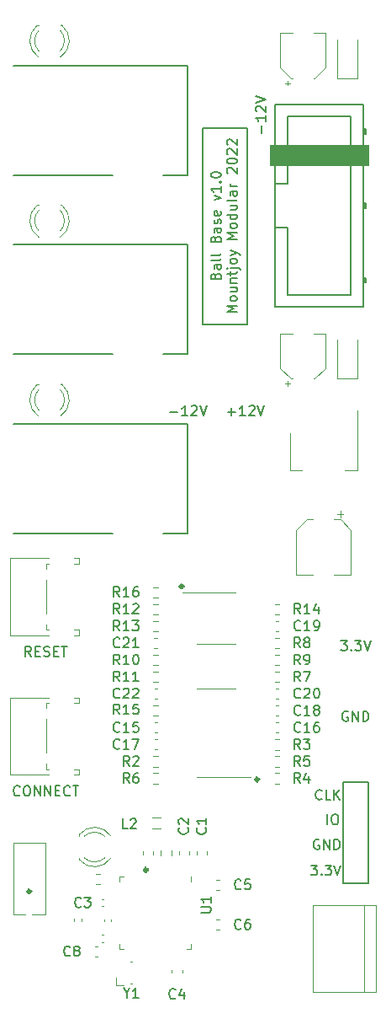
<source format=gbr>
%TF.GenerationSoftware,KiCad,Pcbnew,(6.0.4)*%
%TF.CreationDate,2022-03-21T16:46:14+00:00*%
%TF.ProjectId,Ball_Base_Components,42616c6c-5f42-4617-9365-5f436f6d706f,rev?*%
%TF.SameCoordinates,Original*%
%TF.FileFunction,Legend,Top*%
%TF.FilePolarity,Positive*%
%FSLAX46Y46*%
G04 Gerber Fmt 4.6, Leading zero omitted, Abs format (unit mm)*
G04 Created by KiCad (PCBNEW (6.0.4)) date 2022-03-21 16:46:14*
%MOMM*%
%LPD*%
G01*
G04 APERTURE LIST*
%ADD10C,0.357843*%
%ADD11C,0.150000*%
%ADD12C,0.120000*%
%ADD13C,0.200000*%
%ADD14C,0.100000*%
%ADD15C,0.342843*%
G04 APERTURE END LIST*
D10*
X139578921Y-142300000D02*
G75*
G03*
X139578921Y-142300000I-178921J0D01*
G01*
D11*
X145100000Y-67800000D02*
X149600000Y-67800000D01*
X149600000Y-67800000D02*
X149600000Y-87500000D01*
X149600000Y-87500000D02*
X145100000Y-87500000D01*
X145100000Y-87500000D02*
X145100000Y-67800000D01*
D10*
X143178921Y-113800000D02*
G75*
G03*
X143178921Y-113800000I-178921J0D01*
G01*
X150778921Y-133200000D02*
G75*
G03*
X150778921Y-133200000I-178921J0D01*
G01*
D11*
X159023809Y-119252380D02*
X159642857Y-119252380D01*
X159309523Y-119633333D01*
X159452380Y-119633333D01*
X159547619Y-119680952D01*
X159595238Y-119728571D01*
X159642857Y-119823809D01*
X159642857Y-120061904D01*
X159595238Y-120157142D01*
X159547619Y-120204761D01*
X159452380Y-120252380D01*
X159166666Y-120252380D01*
X159071428Y-120204761D01*
X159023809Y-120157142D01*
X160071428Y-120157142D02*
X160119047Y-120204761D01*
X160071428Y-120252380D01*
X160023809Y-120204761D01*
X160071428Y-120157142D01*
X160071428Y-120252380D01*
X160452380Y-119252380D02*
X161071428Y-119252380D01*
X160738095Y-119633333D01*
X160880952Y-119633333D01*
X160976190Y-119680952D01*
X161023809Y-119728571D01*
X161071428Y-119823809D01*
X161071428Y-120061904D01*
X161023809Y-120157142D01*
X160976190Y-120204761D01*
X160880952Y-120252380D01*
X160595238Y-120252380D01*
X160500000Y-120204761D01*
X160452380Y-120157142D01*
X161357142Y-119252380D02*
X161690476Y-120252380D01*
X162023809Y-119252380D01*
X146423571Y-82623809D02*
X146471190Y-82480952D01*
X146518809Y-82433333D01*
X146614047Y-82385714D01*
X146756904Y-82385714D01*
X146852142Y-82433333D01*
X146899761Y-82480952D01*
X146947380Y-82576190D01*
X146947380Y-82957142D01*
X145947380Y-82957142D01*
X145947380Y-82623809D01*
X145995000Y-82528571D01*
X146042619Y-82480952D01*
X146137857Y-82433333D01*
X146233095Y-82433333D01*
X146328333Y-82480952D01*
X146375952Y-82528571D01*
X146423571Y-82623809D01*
X146423571Y-82957142D01*
X146947380Y-81528571D02*
X146423571Y-81528571D01*
X146328333Y-81576190D01*
X146280714Y-81671428D01*
X146280714Y-81861904D01*
X146328333Y-81957142D01*
X146899761Y-81528571D02*
X146947380Y-81623809D01*
X146947380Y-81861904D01*
X146899761Y-81957142D01*
X146804523Y-82004761D01*
X146709285Y-82004761D01*
X146614047Y-81957142D01*
X146566428Y-81861904D01*
X146566428Y-81623809D01*
X146518809Y-81528571D01*
X146947380Y-80909523D02*
X146899761Y-81004761D01*
X146804523Y-81052380D01*
X145947380Y-81052380D01*
X146947380Y-80385714D02*
X146899761Y-80480952D01*
X146804523Y-80528571D01*
X145947380Y-80528571D01*
X146423571Y-78909523D02*
X146471190Y-78766666D01*
X146518809Y-78719047D01*
X146614047Y-78671428D01*
X146756904Y-78671428D01*
X146852142Y-78719047D01*
X146899761Y-78766666D01*
X146947380Y-78861904D01*
X146947380Y-79242857D01*
X145947380Y-79242857D01*
X145947380Y-78909523D01*
X145995000Y-78814285D01*
X146042619Y-78766666D01*
X146137857Y-78719047D01*
X146233095Y-78719047D01*
X146328333Y-78766666D01*
X146375952Y-78814285D01*
X146423571Y-78909523D01*
X146423571Y-79242857D01*
X146947380Y-77814285D02*
X146423571Y-77814285D01*
X146328333Y-77861904D01*
X146280714Y-77957142D01*
X146280714Y-78147619D01*
X146328333Y-78242857D01*
X146899761Y-77814285D02*
X146947380Y-77909523D01*
X146947380Y-78147619D01*
X146899761Y-78242857D01*
X146804523Y-78290476D01*
X146709285Y-78290476D01*
X146614047Y-78242857D01*
X146566428Y-78147619D01*
X146566428Y-77909523D01*
X146518809Y-77814285D01*
X146899761Y-77385714D02*
X146947380Y-77290476D01*
X146947380Y-77100000D01*
X146899761Y-77004761D01*
X146804523Y-76957142D01*
X146756904Y-76957142D01*
X146661666Y-77004761D01*
X146614047Y-77100000D01*
X146614047Y-77242857D01*
X146566428Y-77338095D01*
X146471190Y-77385714D01*
X146423571Y-77385714D01*
X146328333Y-77338095D01*
X146280714Y-77242857D01*
X146280714Y-77100000D01*
X146328333Y-77004761D01*
X146899761Y-76147619D02*
X146947380Y-76242857D01*
X146947380Y-76433333D01*
X146899761Y-76528571D01*
X146804523Y-76576190D01*
X146423571Y-76576190D01*
X146328333Y-76528571D01*
X146280714Y-76433333D01*
X146280714Y-76242857D01*
X146328333Y-76147619D01*
X146423571Y-76100000D01*
X146518809Y-76100000D01*
X146614047Y-76576190D01*
X146280714Y-75004761D02*
X146947380Y-74766666D01*
X146280714Y-74528571D01*
X146947380Y-73623809D02*
X146947380Y-74195238D01*
X146947380Y-73909523D02*
X145947380Y-73909523D01*
X146090238Y-74004761D01*
X146185476Y-74100000D01*
X146233095Y-74195238D01*
X146852142Y-73195238D02*
X146899761Y-73147619D01*
X146947380Y-73195238D01*
X146899761Y-73242857D01*
X146852142Y-73195238D01*
X146947380Y-73195238D01*
X145947380Y-72528571D02*
X145947380Y-72433333D01*
X145995000Y-72338095D01*
X146042619Y-72290476D01*
X146137857Y-72242857D01*
X146328333Y-72195238D01*
X146566428Y-72195238D01*
X146756904Y-72242857D01*
X146852142Y-72290476D01*
X146899761Y-72338095D01*
X146947380Y-72433333D01*
X146947380Y-72528571D01*
X146899761Y-72623809D01*
X146852142Y-72671428D01*
X146756904Y-72719047D01*
X146566428Y-72766666D01*
X146328333Y-72766666D01*
X146137857Y-72719047D01*
X146042619Y-72671428D01*
X145995000Y-72623809D01*
X145947380Y-72528571D01*
X148557380Y-86266666D02*
X147557380Y-86266666D01*
X148271666Y-85933333D01*
X147557380Y-85600000D01*
X148557380Y-85600000D01*
X148557380Y-84980952D02*
X148509761Y-85076190D01*
X148462142Y-85123809D01*
X148366904Y-85171428D01*
X148081190Y-85171428D01*
X147985952Y-85123809D01*
X147938333Y-85076190D01*
X147890714Y-84980952D01*
X147890714Y-84838095D01*
X147938333Y-84742857D01*
X147985952Y-84695238D01*
X148081190Y-84647619D01*
X148366904Y-84647619D01*
X148462142Y-84695238D01*
X148509761Y-84742857D01*
X148557380Y-84838095D01*
X148557380Y-84980952D01*
X147890714Y-83790476D02*
X148557380Y-83790476D01*
X147890714Y-84219047D02*
X148414523Y-84219047D01*
X148509761Y-84171428D01*
X148557380Y-84076190D01*
X148557380Y-83933333D01*
X148509761Y-83838095D01*
X148462142Y-83790476D01*
X147890714Y-83314285D02*
X148557380Y-83314285D01*
X147985952Y-83314285D02*
X147938333Y-83266666D01*
X147890714Y-83171428D01*
X147890714Y-83028571D01*
X147938333Y-82933333D01*
X148033571Y-82885714D01*
X148557380Y-82885714D01*
X147890714Y-82552380D02*
X147890714Y-82171428D01*
X147557380Y-82409523D02*
X148414523Y-82409523D01*
X148509761Y-82361904D01*
X148557380Y-82266666D01*
X148557380Y-82171428D01*
X147890714Y-81838095D02*
X148747857Y-81838095D01*
X148843095Y-81885714D01*
X148890714Y-81980952D01*
X148890714Y-82028571D01*
X147557380Y-81838095D02*
X147605000Y-81885714D01*
X147652619Y-81838095D01*
X147605000Y-81790476D01*
X147557380Y-81838095D01*
X147652619Y-81838095D01*
X148557380Y-81219047D02*
X148509761Y-81314285D01*
X148462142Y-81361904D01*
X148366904Y-81409523D01*
X148081190Y-81409523D01*
X147985952Y-81361904D01*
X147938333Y-81314285D01*
X147890714Y-81219047D01*
X147890714Y-81076190D01*
X147938333Y-80980952D01*
X147985952Y-80933333D01*
X148081190Y-80885714D01*
X148366904Y-80885714D01*
X148462142Y-80933333D01*
X148509761Y-80980952D01*
X148557380Y-81076190D01*
X148557380Y-81219047D01*
X147890714Y-80552380D02*
X148557380Y-80314285D01*
X147890714Y-80076190D02*
X148557380Y-80314285D01*
X148795476Y-80409523D01*
X148843095Y-80457142D01*
X148890714Y-80552380D01*
X148557380Y-78933333D02*
X147557380Y-78933333D01*
X148271666Y-78600000D01*
X147557380Y-78266666D01*
X148557380Y-78266666D01*
X148557380Y-77647619D02*
X148509761Y-77742857D01*
X148462142Y-77790476D01*
X148366904Y-77838095D01*
X148081190Y-77838095D01*
X147985952Y-77790476D01*
X147938333Y-77742857D01*
X147890714Y-77647619D01*
X147890714Y-77504761D01*
X147938333Y-77409523D01*
X147985952Y-77361904D01*
X148081190Y-77314285D01*
X148366904Y-77314285D01*
X148462142Y-77361904D01*
X148509761Y-77409523D01*
X148557380Y-77504761D01*
X148557380Y-77647619D01*
X148557380Y-76457142D02*
X147557380Y-76457142D01*
X148509761Y-76457142D02*
X148557380Y-76552380D01*
X148557380Y-76742857D01*
X148509761Y-76838095D01*
X148462142Y-76885714D01*
X148366904Y-76933333D01*
X148081190Y-76933333D01*
X147985952Y-76885714D01*
X147938333Y-76838095D01*
X147890714Y-76742857D01*
X147890714Y-76552380D01*
X147938333Y-76457142D01*
X147890714Y-75552380D02*
X148557380Y-75552380D01*
X147890714Y-75980952D02*
X148414523Y-75980952D01*
X148509761Y-75933333D01*
X148557380Y-75838095D01*
X148557380Y-75695238D01*
X148509761Y-75600000D01*
X148462142Y-75552380D01*
X148557380Y-74933333D02*
X148509761Y-75028571D01*
X148414523Y-75076190D01*
X147557380Y-75076190D01*
X148557380Y-74123809D02*
X148033571Y-74123809D01*
X147938333Y-74171428D01*
X147890714Y-74266666D01*
X147890714Y-74457142D01*
X147938333Y-74552380D01*
X148509761Y-74123809D02*
X148557380Y-74219047D01*
X148557380Y-74457142D01*
X148509761Y-74552380D01*
X148414523Y-74600000D01*
X148319285Y-74600000D01*
X148224047Y-74552380D01*
X148176428Y-74457142D01*
X148176428Y-74219047D01*
X148128809Y-74123809D01*
X148557380Y-73647619D02*
X147890714Y-73647619D01*
X148081190Y-73647619D02*
X147985952Y-73600000D01*
X147938333Y-73552380D01*
X147890714Y-73457142D01*
X147890714Y-73361904D01*
X147652619Y-72314285D02*
X147605000Y-72266666D01*
X147557380Y-72171428D01*
X147557380Y-71933333D01*
X147605000Y-71838095D01*
X147652619Y-71790476D01*
X147747857Y-71742857D01*
X147843095Y-71742857D01*
X147985952Y-71790476D01*
X148557380Y-72361904D01*
X148557380Y-71742857D01*
X147557380Y-71123809D02*
X147557380Y-71028571D01*
X147605000Y-70933333D01*
X147652619Y-70885714D01*
X147747857Y-70838095D01*
X147938333Y-70790476D01*
X148176428Y-70790476D01*
X148366904Y-70838095D01*
X148462142Y-70885714D01*
X148509761Y-70933333D01*
X148557380Y-71028571D01*
X148557380Y-71123809D01*
X148509761Y-71219047D01*
X148462142Y-71266666D01*
X148366904Y-71314285D01*
X148176428Y-71361904D01*
X147938333Y-71361904D01*
X147747857Y-71314285D01*
X147652619Y-71266666D01*
X147605000Y-71219047D01*
X147557380Y-71123809D01*
X147652619Y-70409523D02*
X147605000Y-70361904D01*
X147557380Y-70266666D01*
X147557380Y-70028571D01*
X147605000Y-69933333D01*
X147652619Y-69885714D01*
X147747857Y-69838095D01*
X147843095Y-69838095D01*
X147985952Y-69885714D01*
X148557380Y-70457142D01*
X148557380Y-69838095D01*
X147652619Y-69457142D02*
X147605000Y-69409523D01*
X147557380Y-69314285D01*
X147557380Y-69076190D01*
X147605000Y-68980952D01*
X147652619Y-68933333D01*
X147747857Y-68885714D01*
X147843095Y-68885714D01*
X147985952Y-68933333D01*
X148557380Y-69504761D01*
X148557380Y-68885714D01*
X159738095Y-126400000D02*
X159642857Y-126352380D01*
X159500000Y-126352380D01*
X159357142Y-126400000D01*
X159261904Y-126495238D01*
X159214285Y-126590476D01*
X159166666Y-126780952D01*
X159166666Y-126923809D01*
X159214285Y-127114285D01*
X159261904Y-127209523D01*
X159357142Y-127304761D01*
X159500000Y-127352380D01*
X159595238Y-127352380D01*
X159738095Y-127304761D01*
X159785714Y-127257142D01*
X159785714Y-126923809D01*
X159595238Y-126923809D01*
X160214285Y-127352380D02*
X160214285Y-126352380D01*
X160785714Y-127352380D01*
X160785714Y-126352380D01*
X161261904Y-127352380D02*
X161261904Y-126352380D01*
X161500000Y-126352380D01*
X161642857Y-126400000D01*
X161738095Y-126495238D01*
X161785714Y-126590476D01*
X161833333Y-126780952D01*
X161833333Y-126923809D01*
X161785714Y-127114285D01*
X161738095Y-127209523D01*
X161642857Y-127304761D01*
X161500000Y-127352380D01*
X161261904Y-127352380D01*
X147638095Y-96271428D02*
X148400000Y-96271428D01*
X148019047Y-96652380D02*
X148019047Y-95890476D01*
X149400000Y-96652380D02*
X148828571Y-96652380D01*
X149114285Y-96652380D02*
X149114285Y-95652380D01*
X149019047Y-95795238D01*
X148923809Y-95890476D01*
X148828571Y-95938095D01*
X149780952Y-95747619D02*
X149828571Y-95700000D01*
X149923809Y-95652380D01*
X150161904Y-95652380D01*
X150257142Y-95700000D01*
X150304761Y-95747619D01*
X150352380Y-95842857D01*
X150352380Y-95938095D01*
X150304761Y-96080952D01*
X149733333Y-96652380D01*
X150352380Y-96652380D01*
X150638095Y-95652380D02*
X150971428Y-96652380D01*
X151304761Y-95652380D01*
X141838095Y-96271428D02*
X142600000Y-96271428D01*
X143600000Y-96652380D02*
X143028571Y-96652380D01*
X143314285Y-96652380D02*
X143314285Y-95652380D01*
X143219047Y-95795238D01*
X143123809Y-95890476D01*
X143028571Y-95938095D01*
X143980952Y-95747619D02*
X144028571Y-95700000D01*
X144123809Y-95652380D01*
X144361904Y-95652380D01*
X144457142Y-95700000D01*
X144504761Y-95747619D01*
X144552380Y-95842857D01*
X144552380Y-95938095D01*
X144504761Y-96080952D01*
X143933333Y-96652380D01*
X144552380Y-96652380D01*
X144838095Y-95652380D02*
X145171428Y-96652380D01*
X145504761Y-95652380D01*
X127847619Y-120852380D02*
X127514285Y-120376190D01*
X127276190Y-120852380D02*
X127276190Y-119852380D01*
X127657142Y-119852380D01*
X127752380Y-119900000D01*
X127800000Y-119947619D01*
X127847619Y-120042857D01*
X127847619Y-120185714D01*
X127800000Y-120280952D01*
X127752380Y-120328571D01*
X127657142Y-120376190D01*
X127276190Y-120376190D01*
X128276190Y-120328571D02*
X128609523Y-120328571D01*
X128752380Y-120852380D02*
X128276190Y-120852380D01*
X128276190Y-119852380D01*
X128752380Y-119852380D01*
X129133333Y-120804761D02*
X129276190Y-120852380D01*
X129514285Y-120852380D01*
X129609523Y-120804761D01*
X129657142Y-120757142D01*
X129704761Y-120661904D01*
X129704761Y-120566666D01*
X129657142Y-120471428D01*
X129609523Y-120423809D01*
X129514285Y-120376190D01*
X129323809Y-120328571D01*
X129228571Y-120280952D01*
X129180952Y-120233333D01*
X129133333Y-120138095D01*
X129133333Y-120042857D01*
X129180952Y-119947619D01*
X129228571Y-119900000D01*
X129323809Y-119852380D01*
X129561904Y-119852380D01*
X129704761Y-119900000D01*
X130133333Y-120328571D02*
X130466666Y-120328571D01*
X130609523Y-120852380D02*
X130133333Y-120852380D01*
X130133333Y-119852380D01*
X130609523Y-119852380D01*
X130895238Y-119852380D02*
X131466666Y-119852380D01*
X131180952Y-120852380D02*
X131180952Y-119852380D01*
X126704761Y-134757142D02*
X126657142Y-134804761D01*
X126514285Y-134852380D01*
X126419047Y-134852380D01*
X126276190Y-134804761D01*
X126180952Y-134709523D01*
X126133333Y-134614285D01*
X126085714Y-134423809D01*
X126085714Y-134280952D01*
X126133333Y-134090476D01*
X126180952Y-133995238D01*
X126276190Y-133900000D01*
X126419047Y-133852380D01*
X126514285Y-133852380D01*
X126657142Y-133900000D01*
X126704761Y-133947619D01*
X127323809Y-133852380D02*
X127514285Y-133852380D01*
X127609523Y-133900000D01*
X127704761Y-133995238D01*
X127752380Y-134185714D01*
X127752380Y-134519047D01*
X127704761Y-134709523D01*
X127609523Y-134804761D01*
X127514285Y-134852380D01*
X127323809Y-134852380D01*
X127228571Y-134804761D01*
X127133333Y-134709523D01*
X127085714Y-134519047D01*
X127085714Y-134185714D01*
X127133333Y-133995238D01*
X127228571Y-133900000D01*
X127323809Y-133852380D01*
X128180952Y-134852380D02*
X128180952Y-133852380D01*
X128752380Y-134852380D01*
X128752380Y-133852380D01*
X129228571Y-134852380D02*
X129228571Y-133852380D01*
X129800000Y-134852380D01*
X129800000Y-133852380D01*
X130276190Y-134328571D02*
X130609523Y-134328571D01*
X130752380Y-134852380D02*
X130276190Y-134852380D01*
X130276190Y-133852380D01*
X130752380Y-133852380D01*
X131752380Y-134757142D02*
X131704761Y-134804761D01*
X131561904Y-134852380D01*
X131466666Y-134852380D01*
X131323809Y-134804761D01*
X131228571Y-134709523D01*
X131180952Y-134614285D01*
X131133333Y-134423809D01*
X131133333Y-134280952D01*
X131180952Y-134090476D01*
X131228571Y-133995238D01*
X131323809Y-133900000D01*
X131466666Y-133852380D01*
X131561904Y-133852380D01*
X131704761Y-133900000D01*
X131752380Y-133947619D01*
X132038095Y-133852380D02*
X132609523Y-133852380D01*
X132323809Y-134852380D02*
X132323809Y-133852380D01*
%TO.C,R5*%
X154933333Y-131852380D02*
X154600000Y-131376190D01*
X154361904Y-131852380D02*
X154361904Y-130852380D01*
X154742857Y-130852380D01*
X154838095Y-130900000D01*
X154885714Y-130947619D01*
X154933333Y-131042857D01*
X154933333Y-131185714D01*
X154885714Y-131280952D01*
X154838095Y-131328571D01*
X154742857Y-131376190D01*
X154361904Y-131376190D01*
X155838095Y-130852380D02*
X155361904Y-130852380D01*
X155314285Y-131328571D01*
X155361904Y-131280952D01*
X155457142Y-131233333D01*
X155695238Y-131233333D01*
X155790476Y-131280952D01*
X155838095Y-131328571D01*
X155885714Y-131423809D01*
X155885714Y-131661904D01*
X155838095Y-131757142D01*
X155790476Y-131804761D01*
X155695238Y-131852380D01*
X155457142Y-131852380D01*
X155361904Y-131804761D01*
X155314285Y-131757142D01*
%TO.C,C8*%
X131769583Y-150857142D02*
X131721964Y-150904761D01*
X131579107Y-150952380D01*
X131483869Y-150952380D01*
X131341011Y-150904761D01*
X131245773Y-150809523D01*
X131198154Y-150714285D01*
X131150535Y-150523809D01*
X131150535Y-150380952D01*
X131198154Y-150190476D01*
X131245773Y-150095238D01*
X131341011Y-150000000D01*
X131483869Y-149952380D01*
X131579107Y-149952380D01*
X131721964Y-150000000D01*
X131769583Y-150047619D01*
X132341011Y-150380952D02*
X132245773Y-150333333D01*
X132198154Y-150285714D01*
X132150535Y-150190476D01*
X132150535Y-150142857D01*
X132198154Y-150047619D01*
X132245773Y-150000000D01*
X132341011Y-149952380D01*
X132531488Y-149952380D01*
X132626726Y-150000000D01*
X132674345Y-150047619D01*
X132721964Y-150142857D01*
X132721964Y-150190476D01*
X132674345Y-150285714D01*
X132626726Y-150333333D01*
X132531488Y-150380952D01*
X132341011Y-150380952D01*
X132245773Y-150428571D01*
X132198154Y-150476190D01*
X132150535Y-150571428D01*
X132150535Y-150761904D01*
X132198154Y-150857142D01*
X132245773Y-150904761D01*
X132341011Y-150952380D01*
X132531488Y-150952380D01*
X132626726Y-150904761D01*
X132674345Y-150857142D01*
X132721964Y-150761904D01*
X132721964Y-150571428D01*
X132674345Y-150476190D01*
X132626726Y-150428571D01*
X132531488Y-150380952D01*
%TO.C,R2*%
X137733333Y-131852380D02*
X137400000Y-131376190D01*
X137161904Y-131852380D02*
X137161904Y-130852380D01*
X137542857Y-130852380D01*
X137638095Y-130900000D01*
X137685714Y-130947619D01*
X137733333Y-131042857D01*
X137733333Y-131185714D01*
X137685714Y-131280952D01*
X137638095Y-131328571D01*
X137542857Y-131376190D01*
X137161904Y-131376190D01*
X138114285Y-130947619D02*
X138161904Y-130900000D01*
X138257142Y-130852380D01*
X138495238Y-130852380D01*
X138590476Y-130900000D01*
X138638095Y-130947619D01*
X138685714Y-131042857D01*
X138685714Y-131138095D01*
X138638095Y-131280952D01*
X138066666Y-131852380D01*
X138685714Y-131852380D01*
%TO.C,Y1*%
X137460059Y-154676190D02*
X137460059Y-155152380D01*
X137126726Y-154152380D02*
X137460059Y-154676190D01*
X137793392Y-154152380D01*
X138650535Y-155152380D02*
X138079107Y-155152380D01*
X138364821Y-155152380D02*
X138364821Y-154152380D01*
X138269583Y-154295238D01*
X138174345Y-154390476D01*
X138079107Y-154438095D01*
%TO.C,C2*%
X143593392Y-138066666D02*
X143641011Y-138114285D01*
X143688630Y-138257142D01*
X143688630Y-138352380D01*
X143641011Y-138495238D01*
X143545773Y-138590476D01*
X143450535Y-138638095D01*
X143260059Y-138685714D01*
X143117202Y-138685714D01*
X142926726Y-138638095D01*
X142831488Y-138590476D01*
X142736250Y-138495238D01*
X142688630Y-138352380D01*
X142688630Y-138257142D01*
X142736250Y-138114285D01*
X142783869Y-138066666D01*
X142783869Y-137685714D02*
X142736250Y-137638095D01*
X142688630Y-137542857D01*
X142688630Y-137304761D01*
X142736250Y-137209523D01*
X142783869Y-137161904D01*
X142879107Y-137114285D01*
X142974345Y-137114285D01*
X143117202Y-137161904D01*
X143688630Y-137733333D01*
X143688630Y-137114285D01*
%TO.C,C4*%
X142369583Y-155157142D02*
X142321964Y-155204761D01*
X142179107Y-155252380D01*
X142083869Y-155252380D01*
X141941011Y-155204761D01*
X141845773Y-155109523D01*
X141798154Y-155014285D01*
X141750535Y-154823809D01*
X141750535Y-154680952D01*
X141798154Y-154490476D01*
X141845773Y-154395238D01*
X141941011Y-154300000D01*
X142083869Y-154252380D01*
X142179107Y-154252380D01*
X142321964Y-154300000D01*
X142369583Y-154347619D01*
X143226726Y-154585714D02*
X143226726Y-155252380D01*
X142988630Y-154204761D02*
X142750535Y-154919047D01*
X143369583Y-154919047D01*
%TO.C,R4*%
X154933333Y-133552380D02*
X154600000Y-133076190D01*
X154361904Y-133552380D02*
X154361904Y-132552380D01*
X154742857Y-132552380D01*
X154838095Y-132600000D01*
X154885714Y-132647619D01*
X154933333Y-132742857D01*
X154933333Y-132885714D01*
X154885714Y-132980952D01*
X154838095Y-133028571D01*
X154742857Y-133076190D01*
X154361904Y-133076190D01*
X155790476Y-132885714D02*
X155790476Y-133552380D01*
X155552380Y-132504761D02*
X155314285Y-133219047D01*
X155933333Y-133219047D01*
%TO.C,R12*%
X136757142Y-116552380D02*
X136423809Y-116076190D01*
X136185714Y-116552380D02*
X136185714Y-115552380D01*
X136566666Y-115552380D01*
X136661904Y-115600000D01*
X136709523Y-115647619D01*
X136757142Y-115742857D01*
X136757142Y-115885714D01*
X136709523Y-115980952D01*
X136661904Y-116028571D01*
X136566666Y-116076190D01*
X136185714Y-116076190D01*
X137709523Y-116552380D02*
X137138095Y-116552380D01*
X137423809Y-116552380D02*
X137423809Y-115552380D01*
X137328571Y-115695238D01*
X137233333Y-115790476D01*
X137138095Y-115838095D01*
X138090476Y-115647619D02*
X138138095Y-115600000D01*
X138233333Y-115552380D01*
X138471428Y-115552380D01*
X138566666Y-115600000D01*
X138614285Y-115647619D01*
X138661904Y-115742857D01*
X138661904Y-115838095D01*
X138614285Y-115980952D01*
X138042857Y-116552380D01*
X138661904Y-116552380D01*
%TO.C,J2*%
X157676190Y-137722380D02*
X157676190Y-136722380D01*
X158342857Y-136722380D02*
X158533333Y-136722380D01*
X158628571Y-136770000D01*
X158723809Y-136865238D01*
X158771428Y-137055714D01*
X158771428Y-137389047D01*
X158723809Y-137579523D01*
X158628571Y-137674761D01*
X158533333Y-137722380D01*
X158342857Y-137722380D01*
X158247619Y-137674761D01*
X158152380Y-137579523D01*
X158104761Y-137389047D01*
X158104761Y-137055714D01*
X158152380Y-136865238D01*
X158247619Y-136770000D01*
X158342857Y-136722380D01*
X156023809Y-141822380D02*
X156642857Y-141822380D01*
X156309523Y-142203333D01*
X156452380Y-142203333D01*
X156547619Y-142250952D01*
X156595238Y-142298571D01*
X156642857Y-142393809D01*
X156642857Y-142631904D01*
X156595238Y-142727142D01*
X156547619Y-142774761D01*
X156452380Y-142822380D01*
X156166666Y-142822380D01*
X156071428Y-142774761D01*
X156023809Y-142727142D01*
X157071428Y-142727142D02*
X157119047Y-142774761D01*
X157071428Y-142822380D01*
X157023809Y-142774761D01*
X157071428Y-142727142D01*
X157071428Y-142822380D01*
X157452380Y-141822380D02*
X158071428Y-141822380D01*
X157738095Y-142203333D01*
X157880952Y-142203333D01*
X157976190Y-142250952D01*
X158023809Y-142298571D01*
X158071428Y-142393809D01*
X158071428Y-142631904D01*
X158023809Y-142727142D01*
X157976190Y-142774761D01*
X157880952Y-142822380D01*
X157595238Y-142822380D01*
X157500000Y-142774761D01*
X157452380Y-142727142D01*
X158357142Y-141822380D02*
X158690476Y-142822380D01*
X159023809Y-141822380D01*
X156838095Y-139270000D02*
X156742857Y-139222380D01*
X156600000Y-139222380D01*
X156457142Y-139270000D01*
X156361904Y-139365238D01*
X156314285Y-139460476D01*
X156266666Y-139650952D01*
X156266666Y-139793809D01*
X156314285Y-139984285D01*
X156361904Y-140079523D01*
X156457142Y-140174761D01*
X156600000Y-140222380D01*
X156695238Y-140222380D01*
X156838095Y-140174761D01*
X156885714Y-140127142D01*
X156885714Y-139793809D01*
X156695238Y-139793809D01*
X157314285Y-140222380D02*
X157314285Y-139222380D01*
X157885714Y-140222380D01*
X157885714Y-139222380D01*
X158361904Y-140222380D02*
X158361904Y-139222380D01*
X158600000Y-139222380D01*
X158742857Y-139270000D01*
X158838095Y-139365238D01*
X158885714Y-139460476D01*
X158933333Y-139650952D01*
X158933333Y-139793809D01*
X158885714Y-139984285D01*
X158838095Y-140079523D01*
X158742857Y-140174761D01*
X158600000Y-140222380D01*
X158361904Y-140222380D01*
X157104761Y-135157142D02*
X157057142Y-135204761D01*
X156914285Y-135252380D01*
X156819047Y-135252380D01*
X156676190Y-135204761D01*
X156580952Y-135109523D01*
X156533333Y-135014285D01*
X156485714Y-134823809D01*
X156485714Y-134680952D01*
X156533333Y-134490476D01*
X156580952Y-134395238D01*
X156676190Y-134300000D01*
X156819047Y-134252380D01*
X156914285Y-134252380D01*
X157057142Y-134300000D01*
X157104761Y-134347619D01*
X158009523Y-135252380D02*
X157533333Y-135252380D01*
X157533333Y-134252380D01*
X158342857Y-135252380D02*
X158342857Y-134252380D01*
X158914285Y-135252380D02*
X158485714Y-134680952D01*
X158914285Y-134252380D02*
X158342857Y-134823809D01*
%TO.C,C6*%
X148969583Y-148157142D02*
X148921964Y-148204761D01*
X148779107Y-148252380D01*
X148683869Y-148252380D01*
X148541011Y-148204761D01*
X148445773Y-148109523D01*
X148398154Y-148014285D01*
X148350535Y-147823809D01*
X148350535Y-147680952D01*
X148398154Y-147490476D01*
X148445773Y-147395238D01*
X148541011Y-147300000D01*
X148683869Y-147252380D01*
X148779107Y-147252380D01*
X148921964Y-147300000D01*
X148969583Y-147347619D01*
X149826726Y-147252380D02*
X149636250Y-147252380D01*
X149541011Y-147300000D01*
X149493392Y-147347619D01*
X149398154Y-147490476D01*
X149350535Y-147680952D01*
X149350535Y-148061904D01*
X149398154Y-148157142D01*
X149445773Y-148204761D01*
X149541011Y-148252380D01*
X149731488Y-148252380D01*
X149826726Y-148204761D01*
X149874345Y-148157142D01*
X149921964Y-148061904D01*
X149921964Y-147823809D01*
X149874345Y-147728571D01*
X149826726Y-147680952D01*
X149731488Y-147633333D01*
X149541011Y-147633333D01*
X149445773Y-147680952D01*
X149398154Y-147728571D01*
X149350535Y-147823809D01*
%TO.C,R16*%
X136757142Y-114852380D02*
X136423809Y-114376190D01*
X136185714Y-114852380D02*
X136185714Y-113852380D01*
X136566666Y-113852380D01*
X136661904Y-113900000D01*
X136709523Y-113947619D01*
X136757142Y-114042857D01*
X136757142Y-114185714D01*
X136709523Y-114280952D01*
X136661904Y-114328571D01*
X136566666Y-114376190D01*
X136185714Y-114376190D01*
X137709523Y-114852380D02*
X137138095Y-114852380D01*
X137423809Y-114852380D02*
X137423809Y-113852380D01*
X137328571Y-113995238D01*
X137233333Y-114090476D01*
X137138095Y-114138095D01*
X138566666Y-113852380D02*
X138376190Y-113852380D01*
X138280952Y-113900000D01*
X138233333Y-113947619D01*
X138138095Y-114090476D01*
X138090476Y-114280952D01*
X138090476Y-114661904D01*
X138138095Y-114757142D01*
X138185714Y-114804761D01*
X138280952Y-114852380D01*
X138471428Y-114852380D01*
X138566666Y-114804761D01*
X138614285Y-114757142D01*
X138661904Y-114661904D01*
X138661904Y-114423809D01*
X138614285Y-114328571D01*
X138566666Y-114280952D01*
X138471428Y-114233333D01*
X138280952Y-114233333D01*
X138185714Y-114280952D01*
X138138095Y-114328571D01*
X138090476Y-114423809D01*
%TO.C,C1*%
X145393392Y-138066666D02*
X145441011Y-138114285D01*
X145488630Y-138257142D01*
X145488630Y-138352380D01*
X145441011Y-138495238D01*
X145345773Y-138590476D01*
X145250535Y-138638095D01*
X145060059Y-138685714D01*
X144917202Y-138685714D01*
X144726726Y-138638095D01*
X144631488Y-138590476D01*
X144536250Y-138495238D01*
X144488630Y-138352380D01*
X144488630Y-138257142D01*
X144536250Y-138114285D01*
X144583869Y-138066666D01*
X145488630Y-137114285D02*
X145488630Y-137685714D01*
X145488630Y-137400000D02*
X144488630Y-137400000D01*
X144631488Y-137495238D01*
X144726726Y-137590476D01*
X144774345Y-137685714D01*
%TO.C,C21*%
X136757142Y-119857142D02*
X136709523Y-119904761D01*
X136566666Y-119952380D01*
X136471428Y-119952380D01*
X136328571Y-119904761D01*
X136233333Y-119809523D01*
X136185714Y-119714285D01*
X136138095Y-119523809D01*
X136138095Y-119380952D01*
X136185714Y-119190476D01*
X136233333Y-119095238D01*
X136328571Y-119000000D01*
X136471428Y-118952380D01*
X136566666Y-118952380D01*
X136709523Y-119000000D01*
X136757142Y-119047619D01*
X137138095Y-119047619D02*
X137185714Y-119000000D01*
X137280952Y-118952380D01*
X137519047Y-118952380D01*
X137614285Y-119000000D01*
X137661904Y-119047619D01*
X137709523Y-119142857D01*
X137709523Y-119238095D01*
X137661904Y-119380952D01*
X137090476Y-119952380D01*
X137709523Y-119952380D01*
X138661904Y-119952380D02*
X138090476Y-119952380D01*
X138376190Y-119952380D02*
X138376190Y-118952380D01*
X138280952Y-119095238D01*
X138185714Y-119190476D01*
X138090476Y-119238095D01*
%TO.C,C5*%
X148969583Y-144157142D02*
X148921964Y-144204761D01*
X148779107Y-144252380D01*
X148683869Y-144252380D01*
X148541011Y-144204761D01*
X148445773Y-144109523D01*
X148398154Y-144014285D01*
X148350535Y-143823809D01*
X148350535Y-143680952D01*
X148398154Y-143490476D01*
X148445773Y-143395238D01*
X148541011Y-143300000D01*
X148683869Y-143252380D01*
X148779107Y-143252380D01*
X148921964Y-143300000D01*
X148969583Y-143347619D01*
X149874345Y-143252380D02*
X149398154Y-143252380D01*
X149350535Y-143728571D01*
X149398154Y-143680952D01*
X149493392Y-143633333D01*
X149731488Y-143633333D01*
X149826726Y-143680952D01*
X149874345Y-143728571D01*
X149921964Y-143823809D01*
X149921964Y-144061904D01*
X149874345Y-144157142D01*
X149826726Y-144204761D01*
X149731488Y-144252380D01*
X149493392Y-144252380D01*
X149398154Y-144204761D01*
X149350535Y-144157142D01*
%TO.C,R6*%
X137733333Y-133552380D02*
X137400000Y-133076190D01*
X137161904Y-133552380D02*
X137161904Y-132552380D01*
X137542857Y-132552380D01*
X137638095Y-132600000D01*
X137685714Y-132647619D01*
X137733333Y-132742857D01*
X137733333Y-132885714D01*
X137685714Y-132980952D01*
X137638095Y-133028571D01*
X137542857Y-133076190D01*
X137161904Y-133076190D01*
X138590476Y-132552380D02*
X138400000Y-132552380D01*
X138304761Y-132600000D01*
X138257142Y-132647619D01*
X138161904Y-132790476D01*
X138114285Y-132980952D01*
X138114285Y-133361904D01*
X138161904Y-133457142D01*
X138209523Y-133504761D01*
X138304761Y-133552380D01*
X138495238Y-133552380D01*
X138590476Y-133504761D01*
X138638095Y-133457142D01*
X138685714Y-133361904D01*
X138685714Y-133123809D01*
X138638095Y-133028571D01*
X138590476Y-132980952D01*
X138495238Y-132933333D01*
X138304761Y-132933333D01*
X138209523Y-132980952D01*
X138161904Y-133028571D01*
X138114285Y-133123809D01*
%TO.C,R3*%
X154933333Y-130152380D02*
X154600000Y-129676190D01*
X154361904Y-130152380D02*
X154361904Y-129152380D01*
X154742857Y-129152380D01*
X154838095Y-129200000D01*
X154885714Y-129247619D01*
X154933333Y-129342857D01*
X154933333Y-129485714D01*
X154885714Y-129580952D01*
X154838095Y-129628571D01*
X154742857Y-129676190D01*
X154361904Y-129676190D01*
X155266666Y-129152380D02*
X155885714Y-129152380D01*
X155552380Y-129533333D01*
X155695238Y-129533333D01*
X155790476Y-129580952D01*
X155838095Y-129628571D01*
X155885714Y-129723809D01*
X155885714Y-129961904D01*
X155838095Y-130057142D01*
X155790476Y-130104761D01*
X155695238Y-130152380D01*
X155409523Y-130152380D01*
X155314285Y-130104761D01*
X155266666Y-130057142D01*
%TO.C,R15*%
X136757142Y-126652380D02*
X136423809Y-126176190D01*
X136185714Y-126652380D02*
X136185714Y-125652380D01*
X136566666Y-125652380D01*
X136661904Y-125700000D01*
X136709523Y-125747619D01*
X136757142Y-125842857D01*
X136757142Y-125985714D01*
X136709523Y-126080952D01*
X136661904Y-126128571D01*
X136566666Y-126176190D01*
X136185714Y-126176190D01*
X137709523Y-126652380D02*
X137138095Y-126652380D01*
X137423809Y-126652380D02*
X137423809Y-125652380D01*
X137328571Y-125795238D01*
X137233333Y-125890476D01*
X137138095Y-125938095D01*
X138614285Y-125652380D02*
X138138095Y-125652380D01*
X138090476Y-126128571D01*
X138138095Y-126080952D01*
X138233333Y-126033333D01*
X138471428Y-126033333D01*
X138566666Y-126080952D01*
X138614285Y-126128571D01*
X138661904Y-126223809D01*
X138661904Y-126461904D01*
X138614285Y-126557142D01*
X138566666Y-126604761D01*
X138471428Y-126652380D01*
X138233333Y-126652380D01*
X138138095Y-126604761D01*
X138090476Y-126557142D01*
%TO.C,U1*%
X144952380Y-146561904D02*
X145761904Y-146561904D01*
X145857142Y-146514285D01*
X145904761Y-146466666D01*
X145952380Y-146371428D01*
X145952380Y-146180952D01*
X145904761Y-146085714D01*
X145857142Y-146038095D01*
X145761904Y-145990476D01*
X144952380Y-145990476D01*
X145952380Y-144990476D02*
X145952380Y-145561904D01*
X145952380Y-145276190D02*
X144952380Y-145276190D01*
X145095238Y-145371428D01*
X145190476Y-145466666D01*
X145238095Y-145561904D01*
%TO.C,R14*%
X154957142Y-116552380D02*
X154623809Y-116076190D01*
X154385714Y-116552380D02*
X154385714Y-115552380D01*
X154766666Y-115552380D01*
X154861904Y-115600000D01*
X154909523Y-115647619D01*
X154957142Y-115742857D01*
X154957142Y-115885714D01*
X154909523Y-115980952D01*
X154861904Y-116028571D01*
X154766666Y-116076190D01*
X154385714Y-116076190D01*
X155909523Y-116552380D02*
X155338095Y-116552380D01*
X155623809Y-116552380D02*
X155623809Y-115552380D01*
X155528571Y-115695238D01*
X155433333Y-115790476D01*
X155338095Y-115838095D01*
X156766666Y-115885714D02*
X156766666Y-116552380D01*
X156528571Y-115504761D02*
X156290476Y-116219047D01*
X156909523Y-116219047D01*
%TO.C,C19*%
X154957142Y-118157142D02*
X154909523Y-118204761D01*
X154766666Y-118252380D01*
X154671428Y-118252380D01*
X154528571Y-118204761D01*
X154433333Y-118109523D01*
X154385714Y-118014285D01*
X154338095Y-117823809D01*
X154338095Y-117680952D01*
X154385714Y-117490476D01*
X154433333Y-117395238D01*
X154528571Y-117300000D01*
X154671428Y-117252380D01*
X154766666Y-117252380D01*
X154909523Y-117300000D01*
X154957142Y-117347619D01*
X155909523Y-118252380D02*
X155338095Y-118252380D01*
X155623809Y-118252380D02*
X155623809Y-117252380D01*
X155528571Y-117395238D01*
X155433333Y-117490476D01*
X155338095Y-117538095D01*
X156385714Y-118252380D02*
X156576190Y-118252380D01*
X156671428Y-118204761D01*
X156719047Y-118157142D01*
X156814285Y-118014285D01*
X156861904Y-117823809D01*
X156861904Y-117442857D01*
X156814285Y-117347619D01*
X156766666Y-117300000D01*
X156671428Y-117252380D01*
X156480952Y-117252380D01*
X156385714Y-117300000D01*
X156338095Y-117347619D01*
X156290476Y-117442857D01*
X156290476Y-117680952D01*
X156338095Y-117776190D01*
X156385714Y-117823809D01*
X156480952Y-117871428D01*
X156671428Y-117871428D01*
X156766666Y-117823809D01*
X156814285Y-117776190D01*
X156861904Y-117680952D01*
%TO.C,R10*%
X136757142Y-121652380D02*
X136423809Y-121176190D01*
X136185714Y-121652380D02*
X136185714Y-120652380D01*
X136566666Y-120652380D01*
X136661904Y-120700000D01*
X136709523Y-120747619D01*
X136757142Y-120842857D01*
X136757142Y-120985714D01*
X136709523Y-121080952D01*
X136661904Y-121128571D01*
X136566666Y-121176190D01*
X136185714Y-121176190D01*
X137709523Y-121652380D02*
X137138095Y-121652380D01*
X137423809Y-121652380D02*
X137423809Y-120652380D01*
X137328571Y-120795238D01*
X137233333Y-120890476D01*
X137138095Y-120938095D01*
X138328571Y-120652380D02*
X138423809Y-120652380D01*
X138519047Y-120700000D01*
X138566666Y-120747619D01*
X138614285Y-120842857D01*
X138661904Y-121033333D01*
X138661904Y-121271428D01*
X138614285Y-121461904D01*
X138566666Y-121557142D01*
X138519047Y-121604761D01*
X138423809Y-121652380D01*
X138328571Y-121652380D01*
X138233333Y-121604761D01*
X138185714Y-121557142D01*
X138138095Y-121461904D01*
X138090476Y-121271428D01*
X138090476Y-121033333D01*
X138138095Y-120842857D01*
X138185714Y-120747619D01*
X138233333Y-120700000D01*
X138328571Y-120652380D01*
%TO.C,C22*%
X136757142Y-124957142D02*
X136709523Y-125004761D01*
X136566666Y-125052380D01*
X136471428Y-125052380D01*
X136328571Y-125004761D01*
X136233333Y-124909523D01*
X136185714Y-124814285D01*
X136138095Y-124623809D01*
X136138095Y-124480952D01*
X136185714Y-124290476D01*
X136233333Y-124195238D01*
X136328571Y-124100000D01*
X136471428Y-124052380D01*
X136566666Y-124052380D01*
X136709523Y-124100000D01*
X136757142Y-124147619D01*
X137138095Y-124147619D02*
X137185714Y-124100000D01*
X137280952Y-124052380D01*
X137519047Y-124052380D01*
X137614285Y-124100000D01*
X137661904Y-124147619D01*
X137709523Y-124242857D01*
X137709523Y-124338095D01*
X137661904Y-124480952D01*
X137090476Y-125052380D01*
X137709523Y-125052380D01*
X138090476Y-124147619D02*
X138138095Y-124100000D01*
X138233333Y-124052380D01*
X138471428Y-124052380D01*
X138566666Y-124100000D01*
X138614285Y-124147619D01*
X138661904Y-124242857D01*
X138661904Y-124338095D01*
X138614285Y-124480952D01*
X138042857Y-125052380D01*
X138661904Y-125052380D01*
%TO.C,C20*%
X154957142Y-124957142D02*
X154909523Y-125004761D01*
X154766666Y-125052380D01*
X154671428Y-125052380D01*
X154528571Y-125004761D01*
X154433333Y-124909523D01*
X154385714Y-124814285D01*
X154338095Y-124623809D01*
X154338095Y-124480952D01*
X154385714Y-124290476D01*
X154433333Y-124195238D01*
X154528571Y-124100000D01*
X154671428Y-124052380D01*
X154766666Y-124052380D01*
X154909523Y-124100000D01*
X154957142Y-124147619D01*
X155338095Y-124147619D02*
X155385714Y-124100000D01*
X155480952Y-124052380D01*
X155719047Y-124052380D01*
X155814285Y-124100000D01*
X155861904Y-124147619D01*
X155909523Y-124242857D01*
X155909523Y-124338095D01*
X155861904Y-124480952D01*
X155290476Y-125052380D01*
X155909523Y-125052380D01*
X156528571Y-124052380D02*
X156623809Y-124052380D01*
X156719047Y-124100000D01*
X156766666Y-124147619D01*
X156814285Y-124242857D01*
X156861904Y-124433333D01*
X156861904Y-124671428D01*
X156814285Y-124861904D01*
X156766666Y-124957142D01*
X156719047Y-125004761D01*
X156623809Y-125052380D01*
X156528571Y-125052380D01*
X156433333Y-125004761D01*
X156385714Y-124957142D01*
X156338095Y-124861904D01*
X156290476Y-124671428D01*
X156290476Y-124433333D01*
X156338095Y-124242857D01*
X156385714Y-124147619D01*
X156433333Y-124100000D01*
X156528571Y-124052380D01*
%TO.C,R9*%
X154933333Y-121652380D02*
X154600000Y-121176190D01*
X154361904Y-121652380D02*
X154361904Y-120652380D01*
X154742857Y-120652380D01*
X154838095Y-120700000D01*
X154885714Y-120747619D01*
X154933333Y-120842857D01*
X154933333Y-120985714D01*
X154885714Y-121080952D01*
X154838095Y-121128571D01*
X154742857Y-121176190D01*
X154361904Y-121176190D01*
X155409523Y-121652380D02*
X155600000Y-121652380D01*
X155695238Y-121604761D01*
X155742857Y-121557142D01*
X155838095Y-121414285D01*
X155885714Y-121223809D01*
X155885714Y-120842857D01*
X155838095Y-120747619D01*
X155790476Y-120700000D01*
X155695238Y-120652380D01*
X155504761Y-120652380D01*
X155409523Y-120700000D01*
X155361904Y-120747619D01*
X155314285Y-120842857D01*
X155314285Y-121080952D01*
X155361904Y-121176190D01*
X155409523Y-121223809D01*
X155504761Y-121271428D01*
X155695238Y-121271428D01*
X155790476Y-121223809D01*
X155838095Y-121176190D01*
X155885714Y-121080952D01*
%TO.C,J1*%
X151071428Y-68261904D02*
X151071428Y-67500000D01*
X151452380Y-66500000D02*
X151452380Y-67071428D01*
X151452380Y-66785714D02*
X150452380Y-66785714D01*
X150595238Y-66880952D01*
X150690476Y-66976190D01*
X150738095Y-67071428D01*
X150547619Y-66119047D02*
X150500000Y-66071428D01*
X150452380Y-65976190D01*
X150452380Y-65738095D01*
X150500000Y-65642857D01*
X150547619Y-65595238D01*
X150642857Y-65547619D01*
X150738095Y-65547619D01*
X150880952Y-65595238D01*
X151452380Y-66166666D01*
X151452380Y-65547619D01*
X150452380Y-65261904D02*
X151452380Y-64928571D01*
X150452380Y-64595238D01*
%TO.C,R11*%
X136757142Y-123352380D02*
X136423809Y-122876190D01*
X136185714Y-123352380D02*
X136185714Y-122352380D01*
X136566666Y-122352380D01*
X136661904Y-122400000D01*
X136709523Y-122447619D01*
X136757142Y-122542857D01*
X136757142Y-122685714D01*
X136709523Y-122780952D01*
X136661904Y-122828571D01*
X136566666Y-122876190D01*
X136185714Y-122876190D01*
X137709523Y-123352380D02*
X137138095Y-123352380D01*
X137423809Y-123352380D02*
X137423809Y-122352380D01*
X137328571Y-122495238D01*
X137233333Y-122590476D01*
X137138095Y-122638095D01*
X138661904Y-123352380D02*
X138090476Y-123352380D01*
X138376190Y-123352380D02*
X138376190Y-122352380D01*
X138280952Y-122495238D01*
X138185714Y-122590476D01*
X138090476Y-122638095D01*
%TO.C,C17*%
X136757142Y-130057142D02*
X136709523Y-130104761D01*
X136566666Y-130152380D01*
X136471428Y-130152380D01*
X136328571Y-130104761D01*
X136233333Y-130009523D01*
X136185714Y-129914285D01*
X136138095Y-129723809D01*
X136138095Y-129580952D01*
X136185714Y-129390476D01*
X136233333Y-129295238D01*
X136328571Y-129200000D01*
X136471428Y-129152380D01*
X136566666Y-129152380D01*
X136709523Y-129200000D01*
X136757142Y-129247619D01*
X137709523Y-130152380D02*
X137138095Y-130152380D01*
X137423809Y-130152380D02*
X137423809Y-129152380D01*
X137328571Y-129295238D01*
X137233333Y-129390476D01*
X137138095Y-129438095D01*
X138042857Y-129152380D02*
X138709523Y-129152380D01*
X138280952Y-130152380D01*
%TO.C,C15*%
X136757142Y-128357142D02*
X136709523Y-128404761D01*
X136566666Y-128452380D01*
X136471428Y-128452380D01*
X136328571Y-128404761D01*
X136233333Y-128309523D01*
X136185714Y-128214285D01*
X136138095Y-128023809D01*
X136138095Y-127880952D01*
X136185714Y-127690476D01*
X136233333Y-127595238D01*
X136328571Y-127500000D01*
X136471428Y-127452380D01*
X136566666Y-127452380D01*
X136709523Y-127500000D01*
X136757142Y-127547619D01*
X137709523Y-128452380D02*
X137138095Y-128452380D01*
X137423809Y-128452380D02*
X137423809Y-127452380D01*
X137328571Y-127595238D01*
X137233333Y-127690476D01*
X137138095Y-127738095D01*
X138614285Y-127452380D02*
X138138095Y-127452380D01*
X138090476Y-127928571D01*
X138138095Y-127880952D01*
X138233333Y-127833333D01*
X138471428Y-127833333D01*
X138566666Y-127880952D01*
X138614285Y-127928571D01*
X138661904Y-128023809D01*
X138661904Y-128261904D01*
X138614285Y-128357142D01*
X138566666Y-128404761D01*
X138471428Y-128452380D01*
X138233333Y-128452380D01*
X138138095Y-128404761D01*
X138090476Y-128357142D01*
%TO.C,L2*%
X137569583Y-138152380D02*
X137093392Y-138152380D01*
X137093392Y-137152380D01*
X137855297Y-137247619D02*
X137902916Y-137200000D01*
X137998154Y-137152380D01*
X138236250Y-137152380D01*
X138331488Y-137200000D01*
X138379107Y-137247619D01*
X138426726Y-137342857D01*
X138426726Y-137438095D01*
X138379107Y-137580952D01*
X137807678Y-138152380D01*
X138426726Y-138152380D01*
%TO.C,R8*%
X154933333Y-119952380D02*
X154600000Y-119476190D01*
X154361904Y-119952380D02*
X154361904Y-118952380D01*
X154742857Y-118952380D01*
X154838095Y-119000000D01*
X154885714Y-119047619D01*
X154933333Y-119142857D01*
X154933333Y-119285714D01*
X154885714Y-119380952D01*
X154838095Y-119428571D01*
X154742857Y-119476190D01*
X154361904Y-119476190D01*
X155504761Y-119380952D02*
X155409523Y-119333333D01*
X155361904Y-119285714D01*
X155314285Y-119190476D01*
X155314285Y-119142857D01*
X155361904Y-119047619D01*
X155409523Y-119000000D01*
X155504761Y-118952380D01*
X155695238Y-118952380D01*
X155790476Y-119000000D01*
X155838095Y-119047619D01*
X155885714Y-119142857D01*
X155885714Y-119190476D01*
X155838095Y-119285714D01*
X155790476Y-119333333D01*
X155695238Y-119380952D01*
X155504761Y-119380952D01*
X155409523Y-119428571D01*
X155361904Y-119476190D01*
X155314285Y-119571428D01*
X155314285Y-119761904D01*
X155361904Y-119857142D01*
X155409523Y-119904761D01*
X155504761Y-119952380D01*
X155695238Y-119952380D01*
X155790476Y-119904761D01*
X155838095Y-119857142D01*
X155885714Y-119761904D01*
X155885714Y-119571428D01*
X155838095Y-119476190D01*
X155790476Y-119428571D01*
X155695238Y-119380952D01*
%TO.C,C3*%
X132869583Y-145957142D02*
X132821964Y-146004761D01*
X132679107Y-146052380D01*
X132583869Y-146052380D01*
X132441011Y-146004761D01*
X132345773Y-145909523D01*
X132298154Y-145814285D01*
X132250535Y-145623809D01*
X132250535Y-145480952D01*
X132298154Y-145290476D01*
X132345773Y-145195238D01*
X132441011Y-145100000D01*
X132583869Y-145052380D01*
X132679107Y-145052380D01*
X132821964Y-145100000D01*
X132869583Y-145147619D01*
X133202916Y-145052380D02*
X133821964Y-145052380D01*
X133488630Y-145433333D01*
X133631488Y-145433333D01*
X133726726Y-145480952D01*
X133774345Y-145528571D01*
X133821964Y-145623809D01*
X133821964Y-145861904D01*
X133774345Y-145957142D01*
X133726726Y-146004761D01*
X133631488Y-146052380D01*
X133345773Y-146052380D01*
X133250535Y-146004761D01*
X133202916Y-145957142D01*
%TO.C,C16*%
X154957142Y-128357142D02*
X154909523Y-128404761D01*
X154766666Y-128452380D01*
X154671428Y-128452380D01*
X154528571Y-128404761D01*
X154433333Y-128309523D01*
X154385714Y-128214285D01*
X154338095Y-128023809D01*
X154338095Y-127880952D01*
X154385714Y-127690476D01*
X154433333Y-127595238D01*
X154528571Y-127500000D01*
X154671428Y-127452380D01*
X154766666Y-127452380D01*
X154909523Y-127500000D01*
X154957142Y-127547619D01*
X155909523Y-128452380D02*
X155338095Y-128452380D01*
X155623809Y-128452380D02*
X155623809Y-127452380D01*
X155528571Y-127595238D01*
X155433333Y-127690476D01*
X155338095Y-127738095D01*
X156766666Y-127452380D02*
X156576190Y-127452380D01*
X156480952Y-127500000D01*
X156433333Y-127547619D01*
X156338095Y-127690476D01*
X156290476Y-127880952D01*
X156290476Y-128261904D01*
X156338095Y-128357142D01*
X156385714Y-128404761D01*
X156480952Y-128452380D01*
X156671428Y-128452380D01*
X156766666Y-128404761D01*
X156814285Y-128357142D01*
X156861904Y-128261904D01*
X156861904Y-128023809D01*
X156814285Y-127928571D01*
X156766666Y-127880952D01*
X156671428Y-127833333D01*
X156480952Y-127833333D01*
X156385714Y-127880952D01*
X156338095Y-127928571D01*
X156290476Y-128023809D01*
%TO.C,R13*%
X136757142Y-118252380D02*
X136423809Y-117776190D01*
X136185714Y-118252380D02*
X136185714Y-117252380D01*
X136566666Y-117252380D01*
X136661904Y-117300000D01*
X136709523Y-117347619D01*
X136757142Y-117442857D01*
X136757142Y-117585714D01*
X136709523Y-117680952D01*
X136661904Y-117728571D01*
X136566666Y-117776190D01*
X136185714Y-117776190D01*
X137709523Y-118252380D02*
X137138095Y-118252380D01*
X137423809Y-118252380D02*
X137423809Y-117252380D01*
X137328571Y-117395238D01*
X137233333Y-117490476D01*
X137138095Y-117538095D01*
X138042857Y-117252380D02*
X138661904Y-117252380D01*
X138328571Y-117633333D01*
X138471428Y-117633333D01*
X138566666Y-117680952D01*
X138614285Y-117728571D01*
X138661904Y-117823809D01*
X138661904Y-118061904D01*
X138614285Y-118157142D01*
X138566666Y-118204761D01*
X138471428Y-118252380D01*
X138185714Y-118252380D01*
X138090476Y-118204761D01*
X138042857Y-118157142D01*
%TO.C,R7*%
X154933333Y-123352380D02*
X154600000Y-122876190D01*
X154361904Y-123352380D02*
X154361904Y-122352380D01*
X154742857Y-122352380D01*
X154838095Y-122400000D01*
X154885714Y-122447619D01*
X154933333Y-122542857D01*
X154933333Y-122685714D01*
X154885714Y-122780952D01*
X154838095Y-122828571D01*
X154742857Y-122876190D01*
X154361904Y-122876190D01*
X155266666Y-122352380D02*
X155933333Y-122352380D01*
X155504761Y-123352380D01*
%TO.C,C18*%
X154957142Y-126657142D02*
X154909523Y-126704761D01*
X154766666Y-126752380D01*
X154671428Y-126752380D01*
X154528571Y-126704761D01*
X154433333Y-126609523D01*
X154385714Y-126514285D01*
X154338095Y-126323809D01*
X154338095Y-126180952D01*
X154385714Y-125990476D01*
X154433333Y-125895238D01*
X154528571Y-125800000D01*
X154671428Y-125752380D01*
X154766666Y-125752380D01*
X154909523Y-125800000D01*
X154957142Y-125847619D01*
X155909523Y-126752380D02*
X155338095Y-126752380D01*
X155623809Y-126752380D02*
X155623809Y-125752380D01*
X155528571Y-125895238D01*
X155433333Y-125990476D01*
X155338095Y-126038095D01*
X156480952Y-126180952D02*
X156385714Y-126133333D01*
X156338095Y-126085714D01*
X156290476Y-125990476D01*
X156290476Y-125942857D01*
X156338095Y-125847619D01*
X156385714Y-125800000D01*
X156480952Y-125752380D01*
X156671428Y-125752380D01*
X156766666Y-125800000D01*
X156814285Y-125847619D01*
X156861904Y-125942857D01*
X156861904Y-125990476D01*
X156814285Y-126085714D01*
X156766666Y-126133333D01*
X156671428Y-126180952D01*
X156480952Y-126180952D01*
X156385714Y-126228571D01*
X156338095Y-126276190D01*
X156290476Y-126371428D01*
X156290476Y-126561904D01*
X156338095Y-126657142D01*
X156385714Y-126704761D01*
X156480952Y-126752380D01*
X156671428Y-126752380D01*
X156766666Y-126704761D01*
X156814285Y-126657142D01*
X156861904Y-126561904D01*
X156861904Y-126371428D01*
X156814285Y-126276190D01*
X156766666Y-126228571D01*
X156671428Y-126180952D01*
D12*
%TO.C,R5*%
X152837258Y-131922500D02*
X152362742Y-131922500D01*
X152837258Y-130877500D02*
X152362742Y-130877500D01*
%TO.C,D5*%
X128620000Y-75510000D02*
X128464000Y-75510000D01*
X130936000Y-75510000D02*
X130780000Y-75510000D01*
X130778608Y-78742335D02*
G75*
G03*
X130935516Y-75510000I-1078608J1672335D01*
G01*
X128620000Y-76029039D02*
G75*
G03*
X128620163Y-78111130I1080000J-1040961D01*
G01*
X128464484Y-75510000D02*
G75*
G03*
X128621392Y-78742335I1235516J-1560000D01*
G01*
X130779837Y-78111130D02*
G75*
G03*
X130780000Y-76029039I-1079837J1041130D01*
G01*
%TO.C,C8*%
X134576830Y-151010000D02*
X134295670Y-151010000D01*
X134576830Y-149990000D02*
X134295670Y-149990000D01*
%TO.C,R2*%
X140162742Y-130877500D02*
X140637258Y-130877500D01*
X140162742Y-131922500D02*
X140637258Y-131922500D01*
%TO.C,D3*%
X132670000Y-141080000D02*
X132670000Y-141236000D01*
X132670000Y-138764000D02*
X132670000Y-138920000D01*
X133189039Y-141080000D02*
G75*
G03*
X135271130Y-141079837I1040961J1080000D01*
G01*
X135271130Y-138920163D02*
G75*
G03*
X133189039Y-138920000I-1041130J-1079837D01*
G01*
X132670000Y-141235516D02*
G75*
G03*
X135902335Y-141078608I1560000J1235516D01*
G01*
X135902335Y-138921392D02*
G75*
G03*
X132670000Y-138764484I-1672335J-1078608D01*
G01*
%TO.C,Y1*%
X137826250Y-153710000D02*
X138046250Y-153710000D01*
X136396250Y-153100000D02*
X136396250Y-153890000D01*
X137826250Y-151490000D02*
X138046250Y-151490000D01*
X137186250Y-153890000D02*
X136396250Y-153890000D01*
%TO.C,C2*%
X142726250Y-140740580D02*
X142726250Y-140459420D01*
X143746250Y-140740580D02*
X143746250Y-140459420D01*
%TO.C,C7*%
X140146250Y-140459420D02*
X140146250Y-140740580D01*
X139126250Y-140459420D02*
X139126250Y-140740580D01*
%TO.C,C4*%
X143046250Y-152359420D02*
X143046250Y-152640580D01*
X142026250Y-152359420D02*
X142026250Y-152640580D01*
%TO.C,D4*%
X130936000Y-57435000D02*
X130780000Y-57435000D01*
X128620000Y-57435000D02*
X128464000Y-57435000D01*
X130778608Y-60667335D02*
G75*
G03*
X130935516Y-57435000I-1078608J1672335D01*
G01*
X128464484Y-57435000D02*
G75*
G03*
X128621392Y-60667335I1235516J-1560000D01*
G01*
X128620000Y-57954039D02*
G75*
G03*
X128620163Y-60036130I1080000J-1040961D01*
G01*
X130779837Y-60036130D02*
G75*
G03*
X130780000Y-57954039I-1079837J1041130D01*
G01*
%TO.C,R4*%
X152837258Y-133622500D02*
X152362742Y-133622500D01*
X152837258Y-132577500D02*
X152362742Y-132577500D01*
%TO.C,D6*%
X130936000Y-93510000D02*
X130780000Y-93510000D01*
X128620000Y-93510000D02*
X128464000Y-93510000D01*
X128620000Y-94029039D02*
G75*
G03*
X128620163Y-96111130I1080000J-1040961D01*
G01*
X130779837Y-96111130D02*
G75*
G03*
X130780000Y-94029039I-1079837J1041130D01*
G01*
X128464484Y-93510000D02*
G75*
G03*
X128621392Y-96742335I1235516J-1560000D01*
G01*
X130778608Y-96742335D02*
G75*
G03*
X130935516Y-93510000I-1078608J1672335D01*
G01*
%TO.C,R12*%
X140162742Y-116622500D02*
X140637258Y-116622500D01*
X140162742Y-115577500D02*
X140637258Y-115577500D01*
D11*
%TO.C,J2*%
X159230000Y-143650000D02*
X161770000Y-143650000D01*
X159230000Y-133490000D02*
X159230000Y-143650000D01*
X161770000Y-143650000D02*
X161770000Y-133490000D01*
X161770000Y-133490000D02*
X159230000Y-133490000D01*
D12*
%TO.C,D1*%
X158700000Y-92937500D02*
X160700000Y-92937500D01*
X160700000Y-92937500D02*
X160700000Y-89037500D01*
X158700000Y-92937500D02*
X158700000Y-89037500D01*
%TO.C,J3*%
X161365000Y-145850000D02*
X161365000Y-154550000D01*
X156185000Y-154550000D02*
X156185000Y-145850000D01*
X156185000Y-145850000D02*
X162595000Y-145850000D01*
X162595000Y-154550000D02*
X162595000Y-145850000D01*
X162595000Y-154550000D02*
X156185000Y-154550000D01*
%TO.C,C11*%
X152940000Y-61695563D02*
X152940000Y-58240000D01*
X157460000Y-61695563D02*
X157460000Y-58240000D01*
X156395563Y-62760000D02*
X156260000Y-62760000D01*
X152940000Y-58240000D02*
X154140000Y-58240000D01*
X156395563Y-62760000D02*
X157460000Y-61695563D01*
X154004437Y-62760000D02*
X152940000Y-61695563D01*
X154004437Y-62760000D02*
X154140000Y-62760000D01*
X153390000Y-63250000D02*
X153890000Y-63250000D01*
X153640000Y-63500000D02*
X153640000Y-63000000D01*
X157460000Y-58240000D02*
X156260000Y-58240000D01*
%TO.C,C6*%
X146495670Y-147290000D02*
X146776830Y-147290000D01*
X146495670Y-148310000D02*
X146776830Y-148310000D01*
%TO.C,R16*%
X140162742Y-113877500D02*
X140637258Y-113877500D01*
X140162742Y-114922500D02*
X140637258Y-114922500D01*
%TO.C,C1*%
X144526250Y-140740580D02*
X144526250Y-140459420D01*
X145546250Y-140740580D02*
X145546250Y-140459420D01*
%TO.C,C14*%
X154540000Y-108154437D02*
X154540000Y-112610000D01*
X155604437Y-107090000D02*
X154540000Y-108154437D01*
X155604437Y-107090000D02*
X156240000Y-107090000D01*
X160060000Y-112610000D02*
X158360000Y-112610000D01*
X158995563Y-107090000D02*
X160060000Y-108154437D01*
X154540000Y-112610000D02*
X156240000Y-112610000D01*
X159297500Y-106537500D02*
X158672500Y-106537500D01*
X158985000Y-106225000D02*
X158985000Y-106850000D01*
X160060000Y-108154437D02*
X160060000Y-112610000D01*
X158995563Y-107090000D02*
X158360000Y-107090000D01*
%TO.C,C12*%
X135896250Y-147477836D02*
X135896250Y-147262164D01*
X135176250Y-147477836D02*
X135176250Y-147262164D01*
D13*
%TO.C,J5*%
X126100000Y-90500000D02*
X136100000Y-90500000D01*
X143600000Y-79500000D02*
X126100000Y-79500000D01*
X143600000Y-90500000D02*
X143600000Y-79500000D01*
X141100000Y-90500000D02*
X143600000Y-90500000D01*
D12*
%TO.C,C21*%
X140234420Y-118990000D02*
X140515580Y-118990000D01*
X140234420Y-120010000D02*
X140515580Y-120010000D01*
%TO.C,C5*%
X146514420Y-143290000D02*
X146795580Y-143290000D01*
X146514420Y-144310000D02*
X146795580Y-144310000D01*
%TO.C,R17*%
X134337742Y-143732500D02*
X134812258Y-143732500D01*
X134337742Y-142687500D02*
X134812258Y-142687500D01*
%TO.C,R6*%
X140162742Y-132577500D02*
X140637258Y-132577500D01*
X140162742Y-133622500D02*
X140637258Y-133622500D01*
D13*
%TO.C,J6*%
X143600000Y-108500000D02*
X143600000Y-97500000D01*
X143600000Y-97500000D02*
X126100000Y-97500000D01*
X141100000Y-108500000D02*
X143600000Y-108500000D01*
X126100000Y-108500000D02*
X136100000Y-108500000D01*
D12*
%TO.C,R3*%
X152837258Y-129177500D02*
X152362742Y-129177500D01*
X152837258Y-130222500D02*
X152362742Y-130222500D01*
%TO.C,R15*%
X140637258Y-126822500D02*
X140162742Y-126822500D01*
X140637258Y-125777500D02*
X140162742Y-125777500D01*
%TO.C,U1*%
X136726250Y-142990000D02*
X137201250Y-142990000D01*
X143946250Y-149735000D02*
X143946250Y-150210000D01*
X136726250Y-143465000D02*
X136726250Y-142990000D01*
X136726250Y-150210000D02*
X137201250Y-150210000D01*
X143946250Y-150210000D02*
X143471250Y-150210000D01*
X143946250Y-143465000D02*
X143946250Y-142990000D01*
X136726250Y-149735000D02*
X136726250Y-150210000D01*
%TO.C,CONNECT1*%
X132200000Y-125510000D02*
X132710000Y-125510000D01*
X129370000Y-125510000D02*
X129600000Y-125510000D01*
X129370000Y-130550000D02*
X129370000Y-127150000D01*
X125700000Y-132710000D02*
X125700000Y-124990000D01*
X129370000Y-132190000D02*
X129370000Y-131650000D01*
X129370000Y-132190000D02*
X129600000Y-132190000D01*
X132710000Y-132710000D02*
X132710000Y-132190000D01*
X132710000Y-125510000D02*
X132710000Y-124990000D01*
X125700000Y-132710000D02*
X129600000Y-132710000D01*
X132200000Y-132710000D02*
X132710000Y-132710000D01*
X132200000Y-124990000D02*
X132710000Y-124990000D01*
X132200000Y-132190000D02*
X132710000Y-132190000D01*
X125700000Y-124990000D02*
X129600000Y-124990000D01*
X129370000Y-126050000D02*
X129370000Y-125510000D01*
%TO.C,D2*%
X160700000Y-62750000D02*
X160700000Y-58850000D01*
X158700000Y-62750000D02*
X158700000Y-58850000D01*
X158700000Y-62750000D02*
X160700000Y-62750000D01*
%TO.C,R14*%
X152837258Y-116622500D02*
X152362742Y-116622500D01*
X152837258Y-115577500D02*
X152362742Y-115577500D01*
%TO.C,C19*%
X152459420Y-117290000D02*
X152740580Y-117290000D01*
X152459420Y-118310000D02*
X152740580Y-118310000D01*
%TO.C,U2*%
X153890000Y-98400000D02*
X153890000Y-102160000D01*
X153890000Y-102160000D02*
X155150000Y-102160000D01*
X160710000Y-96150000D02*
X160710000Y-102160000D01*
X160710000Y-102160000D02*
X159450000Y-102160000D01*
%TO.C,R10*%
X140137742Y-120677500D02*
X140612258Y-120677500D01*
X140137742Y-121722500D02*
X140612258Y-121722500D01*
%TO.C,C22*%
X140259420Y-124090000D02*
X140540580Y-124090000D01*
X140259420Y-125110000D02*
X140540580Y-125110000D01*
%TO.C,R1*%
X140913750Y-140362742D02*
X140913750Y-140837258D01*
X141958750Y-140362742D02*
X141958750Y-140837258D01*
%TO.C,C20*%
X152740580Y-124090000D02*
X152459420Y-124090000D01*
X152740580Y-125110000D02*
X152459420Y-125110000D01*
%TO.C,R9*%
X152837258Y-121722500D02*
X152362742Y-121722500D01*
X152837258Y-120677500D02*
X152362742Y-120677500D01*
D11*
%TO.C,J1*%
X161502500Y-83310000D02*
X161302500Y-83310000D01*
X152362500Y-73355000D02*
X153662500Y-73355000D01*
X161502500Y-67850000D02*
X161502500Y-68350000D01*
X161302500Y-85730000D02*
X152362500Y-85730000D01*
X160002500Y-66630000D02*
X160002500Y-84530000D01*
X161402500Y-67850000D02*
X161402500Y-68350000D01*
X160002500Y-84530000D02*
X153662500Y-84530000D01*
X161302500Y-75330000D02*
X161502500Y-75330000D01*
X152362500Y-85730000D02*
X152362500Y-65430000D01*
X153662500Y-84530000D02*
X153662500Y-77805000D01*
X161302500Y-82810000D02*
X161502500Y-82810000D01*
X161502500Y-82810000D02*
X161502500Y-83310000D01*
X161302500Y-65430000D02*
X161302500Y-85730000D01*
X152362500Y-65430000D02*
X161302500Y-65430000D01*
X161502500Y-68350000D02*
X161302500Y-68350000D01*
X161502500Y-75830000D02*
X161302500Y-75830000D01*
X161502500Y-75330000D02*
X161502500Y-75830000D01*
X153662500Y-66630000D02*
X160002500Y-66630000D01*
X153662500Y-77805000D02*
X152362500Y-77805000D01*
X161402500Y-75330000D02*
X161402500Y-75830000D01*
X161402500Y-82810000D02*
X161402500Y-83310000D01*
X161302500Y-67850000D02*
X161502500Y-67850000D01*
X153662500Y-73355000D02*
X153662500Y-66630000D01*
G36*
X161762500Y-71500000D02*
G01*
X151862500Y-71500000D01*
X151862500Y-69500000D01*
X161762500Y-69500000D01*
X161762500Y-71500000D01*
G37*
D14*
X161762500Y-71500000D02*
X151862500Y-71500000D01*
X151862500Y-69500000D01*
X161762500Y-69500000D01*
X161762500Y-71500000D01*
D12*
%TO.C,C9*%
X135144086Y-148840000D02*
X134928414Y-148840000D01*
X135144086Y-149560000D02*
X134928414Y-149560000D01*
%TO.C,U4*%
X146500000Y-114440000D02*
X148450000Y-114440000D01*
X146500000Y-119560000D02*
X144550000Y-119560000D01*
X146500000Y-114440000D02*
X143050000Y-114440000D01*
X146500000Y-119560000D02*
X148450000Y-119560000D01*
%TO.C,R11*%
X140162742Y-123422500D02*
X140637258Y-123422500D01*
X140162742Y-122377500D02*
X140637258Y-122377500D01*
%TO.C,C10*%
X157460000Y-91883063D02*
X157460000Y-88427500D01*
X154004437Y-92947500D02*
X152940000Y-91883063D01*
X153390000Y-93437500D02*
X153890000Y-93437500D01*
X157460000Y-88427500D02*
X156260000Y-88427500D01*
X156395563Y-92947500D02*
X156260000Y-92947500D01*
X156395563Y-92947500D02*
X157460000Y-91883063D01*
X154004437Y-92947500D02*
X154140000Y-92947500D01*
X153640000Y-93687500D02*
X153640000Y-93187500D01*
X152940000Y-88427500D02*
X154140000Y-88427500D01*
X152940000Y-91883063D02*
X152940000Y-88427500D01*
%TO.C,RESET1*%
X132710000Y-118710000D02*
X132710000Y-118190000D01*
X129370000Y-112050000D02*
X129370000Y-111510000D01*
X125700000Y-118710000D02*
X129600000Y-118710000D01*
X129370000Y-118190000D02*
X129370000Y-117650000D01*
X132200000Y-110990000D02*
X132710000Y-110990000D01*
X132200000Y-118710000D02*
X132710000Y-118710000D01*
X129370000Y-118190000D02*
X129600000Y-118190000D01*
X125700000Y-118710000D02*
X125700000Y-110990000D01*
X129370000Y-116550000D02*
X129370000Y-113150000D01*
X132710000Y-111510000D02*
X132710000Y-110990000D01*
X132200000Y-111510000D02*
X132710000Y-111510000D01*
X125700000Y-110990000D02*
X129600000Y-110990000D01*
X132200000Y-118190000D02*
X132710000Y-118190000D01*
X129370000Y-111510000D02*
X129600000Y-111510000D01*
%TO.C,C17*%
X140540580Y-129190000D02*
X140259420Y-129190000D01*
X140540580Y-130210000D02*
X140259420Y-130210000D01*
%TO.C,C15*%
X140259420Y-128510000D02*
X140540580Y-128510000D01*
X140259420Y-127490000D02*
X140540580Y-127490000D01*
%TO.C,L2*%
X140055378Y-138160000D02*
X140854622Y-138160000D01*
X140055378Y-137040000D02*
X140854622Y-137040000D01*
%TO.C,R8*%
X152837258Y-120022500D02*
X152362742Y-120022500D01*
X152837258Y-118977500D02*
X152362742Y-118977500D01*
%TO.C,C3*%
X135144086Y-145960000D02*
X134928414Y-145960000D01*
X135144086Y-145240000D02*
X134928414Y-145240000D01*
%TO.C,C13*%
X132896250Y-147447836D02*
X132896250Y-147232164D01*
X132176250Y-147447836D02*
X132176250Y-147232164D01*
%TO.C,C16*%
X152740580Y-127490000D02*
X152459420Y-127490000D01*
X152740580Y-128510000D02*
X152459420Y-128510000D01*
%TO.C,R13*%
X140162742Y-117277500D02*
X140637258Y-117277500D01*
X140162742Y-118322500D02*
X140637258Y-118322500D01*
%TO.C,U3*%
X146500000Y-124065000D02*
X144550000Y-124065000D01*
X146500000Y-132935000D02*
X149950000Y-132935000D01*
X146500000Y-124065000D02*
X148450000Y-124065000D01*
X146500000Y-132935000D02*
X144550000Y-132935000D01*
D13*
%TO.C,J4*%
X143600000Y-61500000D02*
X126100000Y-61500000D01*
X126100000Y-72500000D02*
X136100000Y-72500000D01*
X141100000Y-72500000D02*
X143600000Y-72500000D01*
X143600000Y-72500000D02*
X143600000Y-61500000D01*
D12*
%TO.C,AE1*%
X126061250Y-146800000D02*
X126061250Y-139600000D01*
X126061250Y-139600000D02*
X129261250Y-139600000D01*
X127261250Y-146800000D02*
X126061250Y-146800000D01*
X129261250Y-139600000D02*
X129261250Y-146800000D01*
X129261250Y-146800000D02*
X127961250Y-146800000D01*
D15*
X127832671Y-144450000D02*
G75*
G03*
X127832671Y-144450000I-171421J0D01*
G01*
D12*
%TO.C,R7*%
X152837258Y-122377500D02*
X152362742Y-122377500D01*
X152837258Y-123422500D02*
X152362742Y-123422500D01*
%TO.C,C18*%
X152740580Y-126810000D02*
X152459420Y-126810000D01*
X152740580Y-125790000D02*
X152459420Y-125790000D01*
%TD*%
M02*

</source>
